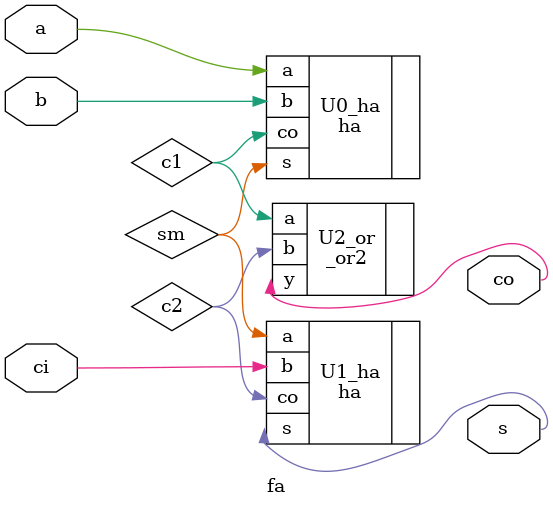
<source format=v>
module fa(a,b, ci, s, co); //Setting full adder module  
input a, b, ci;//3 input
output s, co;//2 output
wire c1,c2,sm;//Wire 
ha U0_ha(.a(a), .b(b), .s(sm), .co(c1));
ha U1_ha(.a(sm), .b(ci), .s(s), .co(c2));
_or2 U2_or(.a(c1),.b(c2), .y(co));//Or instance for carry out
endmodule   

</source>
